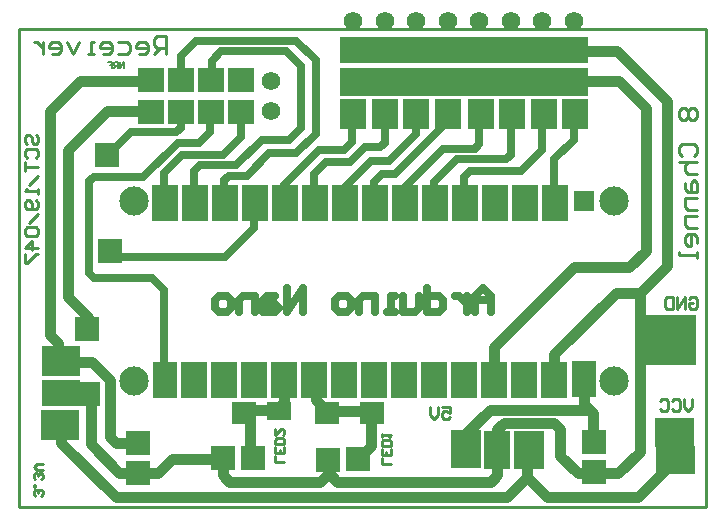
<source format=gbl>
G04*
G04 #@! TF.GenerationSoftware,Altium Limited,Altium Designer,22.10.1 (41)*
G04*
G04 Layer_Physical_Order=2*
G04 Layer_Color=16711680*
%FSLAX43Y43*%
%MOMM*%
G71*
G04*
G04 #@! TF.SameCoordinates,4B8B264B-0D21-4D13-887F-67EF97DBAFEA*
G04*
G04*
G04 #@! TF.FilePolarity,Positive*
G04*
G01*
G75*
%ADD10C,0.254*%
%ADD11C,0.635*%
%ADD12C,0.889*%
%ADD13C,1.016*%
%ADD14C,0.127*%
%ADD15R,2.127X2.032*%
%ADD16R,3.175X2.540*%
%ADD17R,3.175X2.263*%
%ADD18R,2.540X3.175*%
%ADD19R,2.263X3.175*%
%ADD20R,2.127X1.838*%
%ADD21R,2.127X1.584*%
%ADD22R,2.127X3.035*%
%ADD23R,2.286X3.035*%
%ADD24R,2.159X3.035*%
%ADD25R,2.286X2.540*%
%ADD26R,2.286X2.413*%
%ADD27R,2.286X2.286*%
%ADD28R,21.082X2.286*%
%ADD29R,21.082X2.413*%
%ADD30R,2.286X2.159*%
%ADD31R,4.826X4.191*%
G04:AMPARAMS|DCode=32|XSize=3.304mm|YSize=4.721mm|CornerRadius=0mm|HoleSize=0mm|Usage=FLASHONLY|Rotation=180.860|XOffset=0mm|YOffset=0mm|HoleType=Round|Shape=Rectangle|*
%AMROTATEDRECTD32*
4,1,4,1.616,2.385,1.687,-2.336,-1.616,-2.385,-1.687,2.336,1.616,2.385,0.0*
%
%ADD32ROTATEDRECTD32*%

%ADD33R,1.575X1.575*%
%ADD34C,1.575*%
%ADD35R,1.575X1.575*%
%ADD36R,1.665X1.665*%
%ADD37C,1.665*%
%ADD38C,2.475*%
%ADD39R,1.920X1.920*%
%ADD40C,1.920*%
%ADD41R,1.200X1.200*%
%ADD42C,1.200*%
%ADD43R,1.920X1.920*%
%ADD44C,1.270*%
D10*
X93218Y77216D02*
X151384D01*
X93218Y117729D02*
X151384D01*
Y77216D02*
Y117729D01*
X93218Y77216D02*
Y117729D01*
X150241Y86360D02*
Y85683D01*
X149902Y85344D01*
X149564Y85683D01*
Y86360D01*
X148548Y86190D02*
X148717Y86360D01*
X149056D01*
X149225Y86190D01*
Y85513D01*
X149056Y85344D01*
X148717D01*
X148548Y85513D01*
X147533Y86190D02*
X147702Y86360D01*
X148040D01*
X148210Y86190D01*
Y85513D01*
X148040Y85344D01*
X147702D01*
X147533Y85513D01*
X93917Y107950D02*
X93726Y108141D01*
Y108522D01*
X93917Y108712D01*
X94107D01*
X94298Y108522D01*
Y108141D01*
X94488Y107950D01*
X94679D01*
X94869Y108141D01*
Y108522D01*
X94679Y108712D01*
X93917Y106808D02*
X93726Y106998D01*
Y107379D01*
X93917Y107569D01*
X94679D01*
X94869Y107379D01*
Y106998D01*
X94679Y106808D01*
X93726Y106427D02*
Y105665D01*
Y106046D01*
X94869D01*
Y105284D02*
X94107Y104522D01*
X94869Y104141D02*
Y103761D01*
Y103951D01*
X93726D01*
X93917Y104141D01*
X94679Y103189D02*
X94869Y102999D01*
Y102618D01*
X94679Y102428D01*
X93917D01*
X93726Y102618D01*
Y102999D01*
X93917Y103189D01*
X94107D01*
X94298Y102999D01*
Y102428D01*
X94869Y102047D02*
X94107Y101285D01*
X93917Y100904D02*
X93726Y100714D01*
Y100333D01*
X93917Y100142D01*
X94679D01*
X94869Y100333D01*
Y100714D01*
X94679Y100904D01*
X93917D01*
X94869Y99190D02*
X93726D01*
X94298Y99761D01*
Y99000D01*
X93726Y98619D02*
Y97857D01*
X93917D01*
X94679Y98619D01*
X94869D01*
X105664Y115570D02*
Y117094D01*
X104902D01*
X104648Y116840D01*
Y116332D01*
X104902Y116078D01*
X105664D01*
X105156D02*
X104648Y115570D01*
X103379D02*
X103887D01*
X104140Y115824D01*
Y116332D01*
X103887Y116586D01*
X103379D01*
X103125Y116332D01*
Y116078D01*
X104140D01*
X101601Y116586D02*
X102363D01*
X102617Y116332D01*
Y115824D01*
X102363Y115570D01*
X101601D01*
X100332D02*
X100840D01*
X101093Y115824D01*
Y116332D01*
X100840Y116586D01*
X100332D01*
X100078Y116332D01*
Y116078D01*
X101093D01*
X99570Y115570D02*
X99062D01*
X99316D01*
Y116586D01*
X99570D01*
X98300D02*
X97793Y115570D01*
X97285Y116586D01*
X96015Y115570D02*
X96523D01*
X96777Y115824D01*
Y116332D01*
X96523Y116586D01*
X96015D01*
X95761Y116332D01*
Y116078D01*
X96777D01*
X95253Y116586D02*
Y115570D01*
Y116078D01*
X94999Y116332D01*
X94746Y116586D01*
X94492D01*
X149352Y110998D02*
X149098Y110744D01*
Y110236D01*
X149352Y109982D01*
X149606D01*
X149860Y110236D01*
X150114Y109982D01*
X150368D01*
X150622Y110236D01*
Y110744D01*
X150368Y110998D01*
X150114D01*
X149860Y110744D01*
X149606Y110998D01*
X149352D01*
X149860Y110744D02*
Y110236D01*
X149352Y106935D02*
X149098Y107189D01*
Y107697D01*
X149352Y107951D01*
X150368D01*
X150622Y107697D01*
Y107189D01*
X150368Y106935D01*
X149098Y106427D02*
X150622D01*
X149860D01*
X149606Y106174D01*
Y105666D01*
X149860Y105412D01*
X150622D01*
X149606Y104650D02*
Y104142D01*
X149860Y103888D01*
X150622D01*
Y104650D01*
X150368Y104904D01*
X150114Y104650D01*
Y103888D01*
X150622Y103380D02*
X149606D01*
Y102619D01*
X149860Y102365D01*
X150622D01*
Y101857D02*
X149606D01*
Y101095D01*
X149860Y100841D01*
X150622D01*
Y99572D02*
Y100080D01*
X150368Y100333D01*
X149860D01*
X149606Y100080D01*
Y99572D01*
X149860Y99318D01*
X150114D01*
Y100333D01*
X150622Y98810D02*
Y98302D01*
Y98556D01*
X149098D01*
Y98810D01*
X149945Y94826D02*
X150114Y94996D01*
X150453D01*
X150622Y94826D01*
Y94149D01*
X150453Y93980D01*
X150114D01*
X149945Y94149D01*
Y94488D01*
X150283D01*
X149606Y93980D02*
Y94996D01*
X148929Y93980D01*
Y94996D01*
X148591D02*
Y93980D01*
X148083D01*
X147914Y94149D01*
Y94826D01*
X148083Y94996D01*
X148591D01*
X115697Y81026D02*
X114935D01*
Y81534D01*
X115697Y82296D02*
Y81788D01*
X114935D01*
Y82296D01*
X115316Y81788D02*
Y82042D01*
X115697Y82550D02*
X114935D01*
Y82931D01*
X115062Y83058D01*
X115570D01*
X115697Y82931D01*
Y82550D01*
X114935Y83820D02*
Y83312D01*
X115443Y83820D01*
X115570D01*
X115697Y83693D01*
Y83439D01*
X115570Y83312D01*
X124714Y80899D02*
X123952D01*
Y81407D01*
X124714Y82169D02*
Y81661D01*
X123952D01*
Y82169D01*
X124333Y81661D02*
Y81915D01*
X124714Y82423D02*
X123952D01*
Y82804D01*
X124079Y82931D01*
X124587D01*
X124714Y82804D01*
Y82423D01*
X123952Y83185D02*
Y83439D01*
Y83312D01*
X124714D01*
X124587Y83185D01*
X95123Y78169D02*
X95250Y78296D01*
Y78550D01*
X95123Y78677D01*
X94996D01*
X94869Y78550D01*
Y78423D01*
Y78550D01*
X94742Y78677D01*
X94615D01*
X94488Y78550D01*
Y78296D01*
X94615Y78169D01*
X94488Y78931D02*
X94615D01*
Y79058D01*
X94488D01*
Y78931D01*
X95123Y79565D02*
X95250Y79692D01*
Y79946D01*
X95123Y80073D01*
X94996D01*
X94869Y79946D01*
Y79819D01*
Y79946D01*
X94742Y80073D01*
X94615D01*
X94488Y79946D01*
Y79692D01*
X94615Y79565D01*
X95250Y80327D02*
X94742D01*
X94488Y80581D01*
X94742Y80835D01*
X95250D01*
X129074Y85725D02*
X129751D01*
Y85217D01*
X129413Y85386D01*
X129243D01*
X129074Y85217D01*
Y84878D01*
X129243Y84709D01*
X129582D01*
X129751Y84878D01*
X128736Y85725D02*
Y85048D01*
X128397Y84709D01*
X128058Y85048D01*
Y85725D01*
D11*
X103759Y105156D02*
X106680Y108077D01*
X99187Y97019D02*
Y104784D01*
X99559Y105156D01*
X103759D01*
X106562Y108966D02*
X106934Y109338D01*
Y110744D01*
X102743Y108966D02*
X106562D01*
X100711Y106934D02*
X102743Y108966D01*
X106680Y108077D02*
X108458D01*
X109385Y109004D01*
X110490Y107061D02*
X112014Y108585D01*
X105537Y105537D02*
X107061Y107061D01*
X110490D01*
X110617Y104911D02*
X110989Y105283D01*
X110617Y103124D02*
Y104911D01*
X112522Y105283D02*
X114427Y107188D01*
X111633Y106172D02*
X113792Y108331D01*
X108077Y105664D02*
X108585Y106172D01*
X110989Y105283D02*
X112522D01*
X108585Y106172D02*
X111633D01*
X101459Y98361D02*
X110680D01*
X100770Y98992D02*
X100829D01*
X101459Y98361D01*
X113157Y100838D02*
Y103124D01*
X110680Y98361D02*
X113157Y100838D01*
X99559Y96647D02*
X104521D01*
X99187Y97019D02*
X99559Y96647D01*
X104521D02*
X105537Y95631D01*
X109385Y109004D02*
Y110655D01*
X109474Y110744D01*
X105537Y87884D02*
Y95631D01*
X116091Y108331D02*
X117094Y109334D01*
X113792Y108331D02*
X116091D01*
X117094Y109334D02*
Y114554D01*
X114427Y107188D02*
X116713D01*
X118364Y108839D02*
Y115062D01*
X116713Y107188D02*
X118364Y108839D01*
X106934Y115443D02*
X108204Y116713D01*
X106934Y113284D02*
Y115443D01*
X108204Y116713D02*
X116713D01*
X118364Y115062D01*
X115697Y103124D02*
Y104521D01*
X118618Y107442D01*
X120777D01*
X109474Y113284D02*
X109554Y113364D01*
Y115024D01*
X110354Y115824D01*
X115824D01*
X117094Y114554D01*
X112014Y108585D02*
Y110744D01*
X108077Y103124D02*
Y105664D01*
X105537Y103124D02*
Y105537D01*
X124206Y108068D02*
Y110744D01*
X123834Y107696D02*
X124206Y108068D01*
X122568Y107696D02*
X123834D01*
X121298Y106426D02*
X122568Y107696D01*
X124587Y106553D02*
X126873Y108839D01*
X123063Y106553D02*
X124587D01*
X120833Y104323D02*
X123063Y106553D01*
X123317Y104775D02*
X123952Y105410D01*
X125095D02*
X129158Y109473D01*
X123952Y105410D02*
X125095D01*
X129158Y110362D02*
X129540Y110744D01*
X129158Y109473D02*
Y110362D01*
X129159Y107569D02*
X131835D01*
X132207Y107941D01*
X125913Y104323D02*
X129159Y107569D01*
X132207Y107941D02*
Y110744D01*
X128397Y104775D02*
X130302Y106680D01*
X134502D01*
X134874Y107052D01*
Y110744D01*
X135763Y105664D02*
X137541Y107442D01*
X131445Y105664D02*
X135763D01*
X130937Y105156D02*
X131445Y105664D01*
X137541Y107442D02*
Y110744D01*
X140208Y108331D02*
Y110744D01*
X138557Y106680D02*
X140208Y108331D01*
X138557Y103124D02*
Y106680D01*
X130937Y103124D02*
Y105156D01*
X128397Y103124D02*
Y104775D01*
X125913Y103180D02*
Y104323D01*
X125857Y103124D02*
X125913Y103180D01*
X126873Y108839D02*
Y110744D01*
X123317Y103124D02*
Y104775D01*
X121437Y108102D02*
Y110642D01*
X120777Y107442D02*
X121437Y108102D01*
X120833Y103180D02*
Y104323D01*
X120777Y103124D02*
X120833Y103180D01*
X119253Y106426D02*
X121298D01*
X118237Y105410D02*
X119253Y106426D01*
X118237Y103124D02*
Y105410D01*
X133219Y93726D02*
Y95081D01*
X132542Y95758D01*
X131865Y95081D01*
Y93726D01*
Y94742D01*
X133219D01*
X131188Y95081D02*
Y93726D01*
Y94403D01*
X130849Y94742D01*
X130510Y95081D01*
X130172D01*
X127802Y95758D02*
Y93726D01*
X128818D01*
X129156Y94065D01*
Y94742D01*
X128818Y95081D01*
X127802D01*
X127125D02*
Y94065D01*
X126786Y93726D01*
X125771D01*
Y95081D01*
X125094Y93726D02*
X124416D01*
X124755D01*
Y95081D01*
X125094D01*
X123401Y93726D02*
Y95081D01*
X122385D01*
X122047Y94742D01*
Y93726D01*
X121031D02*
X120354D01*
X120015Y94065D01*
Y94742D01*
X120354Y95081D01*
X121031D01*
X121369Y94742D01*
Y94065D01*
X121031Y93726D01*
X117307D02*
Y95758D01*
X115952Y93726D01*
Y95758D01*
X114937Y95081D02*
X114260D01*
X113921Y94742D01*
Y93726D01*
X114937D01*
X115275Y94065D01*
X114937Y94403D01*
X113921D01*
X113244Y93726D02*
Y95081D01*
X112228D01*
X111890Y94742D01*
Y93726D01*
X110874D02*
X110197D01*
X109858Y94065D01*
Y94742D01*
X110197Y95081D01*
X110874D01*
X111213Y94742D01*
Y94065D01*
X110874Y93726D01*
D12*
X138506Y84328D02*
X139027Y83807D01*
Y81572D02*
Y83807D01*
X134266Y84328D02*
X138506D01*
X141859Y80065D02*
X143946D01*
X140534D02*
X141859D01*
X119380Y80150D02*
Y81280D01*
Y80010D02*
Y80150D01*
X98552Y86995D02*
X99314Y86233D01*
X103251Y80137D02*
X105029D01*
X101727D02*
X103251D01*
X136271Y79756D02*
X137922Y78105D01*
X145669D02*
X146304Y78740D01*
X137922Y78105D02*
X145669D01*
X112776Y82334D02*
X112970Y82139D01*
X112268Y85344D02*
X112776Y84836D01*
Y82334D02*
Y84836D01*
X112970Y81340D02*
Y82139D01*
X112331Y85408D02*
X115013D01*
X110490Y79896D02*
X111011Y79375D01*
X118745D02*
X119380Y80010D01*
X110490Y79896D02*
Y81280D01*
X111011Y79375D02*
X118745D01*
X101410Y78041D02*
X134557D01*
X96774Y82677D02*
X101410Y78041D01*
X134557D02*
X136271Y79756D01*
X133731Y79896D02*
Y81915D01*
X133210Y79375D02*
X133731Y79896D01*
X119380Y80150D02*
X120155Y79375D01*
X133210D01*
X133745Y81929D02*
Y83807D01*
X134266Y84328D01*
X131191Y83566D02*
X133096Y85471D01*
X141605D01*
X139027Y81572D02*
X140534Y80065D01*
X141605Y85471D02*
X141859Y85217D01*
Y82565D02*
Y85217D01*
X141097Y85979D02*
X141605Y85471D01*
X97409Y107442D02*
X100711Y110744D01*
X97409Y94996D02*
X99060Y93345D01*
X97409Y94996D02*
Y107442D01*
X100711Y110744D02*
X104394D01*
X99060Y92329D02*
Y93345D01*
X96577Y89732D02*
Y91129D01*
X95885Y91821D02*
Y110744D01*
Y91821D02*
X96577Y91129D01*
X95885Y110744D02*
X98425Y113284D01*
X96577Y89732D02*
X96774Y89535D01*
X112970Y81340D02*
X113030Y81280D01*
X115111Y85549D02*
X115697Y86135D01*
X112268Y85344D02*
X112331Y85408D01*
X115013D02*
X115111Y85506D01*
Y85549D01*
X123190Y85114D02*
Y85217D01*
X123000Y82360D02*
Y84924D01*
X123190Y85114D01*
X121920Y81280D02*
X123000Y82360D01*
X123087Y85217D02*
X123190D01*
X119253Y85344D02*
X122960D01*
X123087Y85217D01*
X118385Y86315D02*
Y87736D01*
Y86315D02*
X119253Y85447D01*
Y85344D02*
Y85447D01*
X118237Y87884D02*
X118385Y87736D01*
X96774Y86995D02*
X98552D01*
X99314Y82550D02*
Y86233D01*
X106172Y81280D02*
X110490D01*
X105029Y80137D02*
X106172Y81280D01*
X136271Y79756D02*
Y81915D01*
X146304Y78740D02*
X147955Y80391D01*
X143891Y115824D02*
X148082Y111633D01*
X140208Y115824D02*
X143891D01*
X148082Y97663D02*
Y111633D01*
X140208Y113284D02*
X144018D01*
X146304Y98933D02*
Y110998D01*
X144018Y113284D02*
X146304Y110998D01*
X98425Y113284D02*
X104394D01*
X96774Y89535D02*
X99441D01*
X100965Y83158D02*
Y88011D01*
X99441Y89535D02*
X100965Y88011D01*
Y83158D02*
X101486Y82637D01*
X103251D01*
X99314Y82550D02*
X101727Y80137D01*
X96774Y82677D02*
Y84455D01*
X121437Y110642D02*
X121539Y110744D01*
X115697Y86135D02*
Y87884D01*
X131191Y81915D02*
Y83566D01*
X141097Y85979D02*
Y87884D01*
X145798Y81917D02*
Y95379D01*
X143946Y80065D02*
X145798Y81917D01*
X138557Y87884D02*
Y90170D01*
X143766Y95379D01*
X145798D02*
X148082Y97663D01*
X143766Y95379D02*
X145798D01*
X144907Y97536D02*
X146304Y98933D01*
X133477Y90805D02*
X140208Y97536D01*
X144907D01*
X133477Y87884D02*
Y90805D01*
D13*
X121539Y115824D02*
X124206D01*
X126873D01*
X129540D01*
X132207D01*
X134874D01*
X137541D01*
X140208D01*
X126873Y113284D02*
X129540D01*
X124206D02*
X126873D01*
X129540D02*
X132207D01*
X121539D02*
X124206D01*
X132207D02*
X134874D01*
X137541D01*
X140208D01*
D14*
X102150Y114427D02*
Y114935D01*
X101812Y114427D01*
Y114935D01*
X101642Y114427D02*
Y114935D01*
X101388D01*
X101304Y114850D01*
Y114681D01*
X101388Y114596D01*
X101642D01*
X101473D02*
X101304Y114427D01*
X100796Y114935D02*
X101134D01*
Y114681D01*
X100965D01*
X101134D01*
Y114427D01*
D15*
X100671Y106987D02*
D03*
X100925Y98859D02*
D03*
X141916Y80167D02*
D03*
Y82707D02*
D03*
X121967Y81280D02*
D03*
X119407Y81220D02*
D03*
X99087Y86808D02*
D03*
X98960Y92269D02*
D03*
X103278Y82617D02*
D03*
Y80077D02*
D03*
X110517Y81347D02*
D03*
X113077Y81407D02*
D03*
D16*
X96711Y84201D02*
D03*
X96777Y89558D02*
D03*
D17*
Y86879D02*
D03*
D18*
X136421Y82039D02*
D03*
X131064Y82105D02*
D03*
D19*
X133742Y82039D02*
D03*
D20*
X123090Y85187D02*
D03*
X119280D02*
D03*
X112295D02*
D03*
D21*
X115216Y85314D02*
D03*
D22*
X105584Y88004D02*
D03*
D23*
X108045D02*
D03*
X110585D02*
D03*
X113125D02*
D03*
X120745D02*
D03*
X118205D02*
D03*
X115665D02*
D03*
X133445D02*
D03*
X135985D02*
D03*
X138525D02*
D03*
X130905D02*
D03*
X128365D02*
D03*
X125825D02*
D03*
X123285D02*
D03*
X123412Y102990D02*
D03*
X125952D02*
D03*
X128492D02*
D03*
X131032D02*
D03*
X138652D02*
D03*
X136112D02*
D03*
X133572D02*
D03*
X113252D02*
D03*
X115792D02*
D03*
X118332D02*
D03*
X120872D02*
D03*
X113252D02*
D03*
X110712D02*
D03*
X108172D02*
D03*
X105632D02*
D03*
D24*
X141033Y88032D02*
D03*
D25*
X132334Y110490D02*
D03*
X135001D02*
D03*
X140335D02*
D03*
X137668D02*
D03*
X126873D02*
D03*
X129540D02*
D03*
X124206D02*
D03*
X121539D02*
D03*
D26*
X132334Y113220D02*
D03*
X135001D02*
D03*
X140335D02*
D03*
X137668D02*
D03*
X126873D02*
D03*
X129540D02*
D03*
X124206D02*
D03*
D27*
X132334Y115951D02*
D03*
X135001D02*
D03*
X137668D02*
D03*
X126873D02*
D03*
X129540D02*
D03*
X124206D02*
D03*
X121539D02*
D03*
D28*
X130937D02*
D03*
D29*
Y113220D02*
D03*
D30*
X104394Y110680D02*
D03*
X106934D02*
D03*
X112014D02*
D03*
X109474D02*
D03*
Y113348D02*
D03*
X112014D02*
D03*
X106934D02*
D03*
X104394D02*
D03*
D31*
X148209Y91377D02*
D03*
D32*
X148809Y82395D02*
D03*
D33*
X104394Y110744D02*
D03*
D34*
Y113284D02*
D03*
X106934Y110744D02*
D03*
Y113284D02*
D03*
X109474Y110744D02*
D03*
Y113284D02*
D03*
X112014Y110744D02*
D03*
Y113284D02*
D03*
X114554Y110744D02*
D03*
Y113284D02*
D03*
X129540Y118364D02*
D03*
Y115824D02*
D03*
Y113284D02*
D03*
X134874D02*
D03*
Y115824D02*
D03*
Y118364D02*
D03*
X132207Y113284D02*
D03*
Y115824D02*
D03*
Y118364D02*
D03*
X137541Y113284D02*
D03*
Y115824D02*
D03*
Y118364D02*
D03*
X140208Y113284D02*
D03*
Y115824D02*
D03*
Y118364D02*
D03*
X126873Y113284D02*
D03*
Y115824D02*
D03*
Y118364D02*
D03*
X124206Y113284D02*
D03*
Y115824D02*
D03*
Y118364D02*
D03*
X121539Y113284D02*
D03*
Y115824D02*
D03*
Y118364D02*
D03*
D35*
X129540Y110744D02*
D03*
X134874D02*
D03*
X132207D02*
D03*
X137541D02*
D03*
X140208D02*
D03*
X126873D02*
D03*
X124206D02*
D03*
X121539D02*
D03*
D36*
X105537Y87884D02*
D03*
X141097Y103124D02*
D03*
D37*
X108077Y87884D02*
D03*
X110617D02*
D03*
X113157D02*
D03*
X115697D02*
D03*
X118237D02*
D03*
X120777D02*
D03*
X123317D02*
D03*
X125857D02*
D03*
X128397D02*
D03*
X130937D02*
D03*
X133477D02*
D03*
X136017D02*
D03*
X138557D02*
D03*
X141097D02*
D03*
X138557Y103124D02*
D03*
X136017D02*
D03*
X133477D02*
D03*
X130937D02*
D03*
X128397D02*
D03*
X125857D02*
D03*
X123317D02*
D03*
X120777D02*
D03*
X118237D02*
D03*
X115697D02*
D03*
X113157D02*
D03*
X110617D02*
D03*
X108077D02*
D03*
X105537D02*
D03*
D38*
X102997Y87884D02*
D03*
Y103124D02*
D03*
X143637D02*
D03*
Y87884D02*
D03*
D39*
X96774Y84455D02*
D03*
D40*
Y86995D02*
D03*
Y89535D02*
D03*
X133731Y81915D02*
D03*
X131191D02*
D03*
D41*
X103251Y80137D02*
D03*
X141859Y80065D02*
D03*
D42*
X103251Y82637D02*
D03*
X119380Y81280D02*
D03*
X121920D02*
D03*
X110490D02*
D03*
X113030D02*
D03*
X141859Y82565D02*
D03*
D43*
X136271Y81915D02*
D03*
D44*
X148844Y82296D02*
D03*
X148463Y91440D02*
D03*
X100711Y106934D02*
D03*
X100770Y98992D02*
D03*
X99060Y92329D02*
D03*
Y86868D02*
D03*
X112268Y85344D02*
D03*
X115189Y85471D02*
D03*
X123190Y85217D02*
D03*
X119253Y85344D02*
D03*
M02*

</source>
